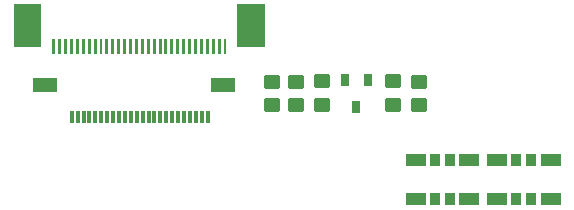
<source format=gbr>
%TF.GenerationSoftware,KiCad,Pcbnew,(6.0.11-0)*%
%TF.CreationDate,2023-07-21T19:28:33-05:00*%
%TF.ProjectId,PicoDVI-N64,5069636f-4456-4492-9d4e-36342e6b6963,rev?*%
%TF.SameCoordinates,Original*%
%TF.FileFunction,Paste,Bot*%
%TF.FilePolarity,Positive*%
%FSLAX46Y46*%
G04 Gerber Fmt 4.6, Leading zero omitted, Abs format (unit mm)*
G04 Created by KiCad (PCBNEW (6.0.11-0)) date 2023-07-21 19:28:33*
%MOMM*%
%LPD*%
G01*
G04 APERTURE LIST*
G04 Aperture macros list*
%AMRoundRect*
0 Rectangle with rounded corners*
0 $1 Rounding radius*
0 $2 $3 $4 $5 $6 $7 $8 $9 X,Y pos of 4 corners*
0 Add a 4 corners polygon primitive as box body*
4,1,4,$2,$3,$4,$5,$6,$7,$8,$9,$2,$3,0*
0 Add four circle primitives for the rounded corners*
1,1,$1+$1,$2,$3*
1,1,$1+$1,$4,$5*
1,1,$1+$1,$6,$7*
1,1,$1+$1,$8,$9*
0 Add four rect primitives between the rounded corners*
20,1,$1+$1,$2,$3,$4,$5,0*
20,1,$1+$1,$4,$5,$6,$7,0*
20,1,$1+$1,$6,$7,$8,$9,0*
20,1,$1+$1,$8,$9,$2,$3,0*%
G04 Aperture macros list end*
%ADD10R,1.651000X1.092200*%
%ADD11R,0.939800X1.092200*%
%ADD12RoundRect,0.250000X-0.450000X0.350000X-0.450000X-0.350000X0.450000X-0.350000X0.450000X0.350000X0*%
%ADD13R,2.000000X1.300000*%
%ADD14R,0.300000X1.000000*%
%ADD15R,0.700000X1.050000*%
G04 APERTURE END LIST*
%TO.C,X1*%
G36*
X131550000Y-89375800D02*
G01*
X131300000Y-89375800D01*
X131300000Y-88125800D01*
X131550000Y-88125800D01*
X131550000Y-89375800D01*
G37*
G36*
X126050000Y-89375800D02*
G01*
X125800000Y-89375800D01*
X125800000Y-88125800D01*
X126050000Y-88125800D01*
X126050000Y-89375800D01*
G37*
G36*
X129050000Y-89375800D02*
G01*
X128800000Y-89375800D01*
X128800000Y-88125800D01*
X129050000Y-88125800D01*
X129050000Y-89375800D01*
G37*
G36*
X132550000Y-89375800D02*
G01*
X132300000Y-89375800D01*
X132300000Y-88125800D01*
X132550000Y-88125800D01*
X132550000Y-89375800D01*
G37*
G36*
X126550000Y-89375800D02*
G01*
X126300000Y-89375800D01*
X126300000Y-88125800D01*
X126550000Y-88125800D01*
X126550000Y-89375800D01*
G37*
G36*
X138050000Y-89375800D02*
G01*
X137800000Y-89375800D01*
X137800000Y-88125800D01*
X138050000Y-88125800D01*
X138050000Y-89375800D01*
G37*
G36*
X133050000Y-89375800D02*
G01*
X132800000Y-89375800D01*
X132800000Y-88125800D01*
X133050000Y-88125800D01*
X133050000Y-89375800D01*
G37*
G36*
X139050000Y-89375800D02*
G01*
X138800000Y-89375800D01*
X138800000Y-88125800D01*
X139050000Y-88125800D01*
X139050000Y-89375800D01*
G37*
G36*
X130550000Y-89375800D02*
G01*
X130300000Y-89375800D01*
X130300000Y-88125800D01*
X130550000Y-88125800D01*
X130550000Y-89375800D01*
G37*
G36*
X138550000Y-89375800D02*
G01*
X138300000Y-89375800D01*
X138300000Y-88125800D01*
X138550000Y-88125800D01*
X138550000Y-89375800D01*
G37*
G36*
X135050000Y-89375800D02*
G01*
X134800000Y-89375800D01*
X134800000Y-88125800D01*
X135050000Y-88125800D01*
X135050000Y-89375800D01*
G37*
G36*
X137550000Y-89375800D02*
G01*
X137300000Y-89375800D01*
X137300000Y-88125800D01*
X137550000Y-88125800D01*
X137550000Y-89375800D01*
G37*
G36*
X137050000Y-89375800D02*
G01*
X136800000Y-89375800D01*
X136800000Y-88125800D01*
X137050000Y-88125800D01*
X137050000Y-89375800D01*
G37*
G36*
X129550000Y-89375800D02*
G01*
X129300000Y-89375800D01*
X129300000Y-88125800D01*
X129550000Y-88125800D01*
X129550000Y-89375800D01*
G37*
G36*
X127050000Y-89375800D02*
G01*
X126800000Y-89375800D01*
X126800000Y-88125800D01*
X127050000Y-88125800D01*
X127050000Y-89375800D01*
G37*
G36*
X132050000Y-89375800D02*
G01*
X131800000Y-89375800D01*
X131800000Y-88125800D01*
X132050000Y-88125800D01*
X132050000Y-89375800D01*
G37*
G36*
X136050000Y-89375800D02*
G01*
X135800000Y-89375800D01*
X135800000Y-88125800D01*
X136050000Y-88125800D01*
X136050000Y-89375800D01*
G37*
G36*
X127550000Y-89375800D02*
G01*
X127300000Y-89375800D01*
X127300000Y-88125800D01*
X127550000Y-88125800D01*
X127550000Y-89375800D01*
G37*
G36*
X125050000Y-89375800D02*
G01*
X124800000Y-89375800D01*
X124800000Y-88125800D01*
X125050000Y-88125800D01*
X125050000Y-89375800D01*
G37*
G36*
X125550000Y-89375800D02*
G01*
X125300000Y-89375800D01*
X125300000Y-88125800D01*
X125550000Y-88125800D01*
X125550000Y-89375800D01*
G37*
G36*
X133550000Y-89375800D02*
G01*
X133300000Y-89375800D01*
X133300000Y-88125800D01*
X133550000Y-88125800D01*
X133550000Y-89375800D01*
G37*
G36*
X142318000Y-88845800D02*
G01*
X139968000Y-88845800D01*
X139968000Y-85195800D01*
X142318000Y-85195800D01*
X142318000Y-88845800D01*
G37*
G36*
X130050000Y-89375800D02*
G01*
X129800000Y-89375800D01*
X129800000Y-88125800D01*
X130050000Y-88125800D01*
X130050000Y-89375800D01*
G37*
G36*
X128050000Y-89375800D02*
G01*
X127800000Y-89375800D01*
X127800000Y-88125800D01*
X128050000Y-88125800D01*
X128050000Y-89375800D01*
G37*
G36*
X123382000Y-88845800D02*
G01*
X121032000Y-88845800D01*
X121032000Y-85195800D01*
X123382000Y-85195800D01*
X123382000Y-88845800D01*
G37*
G36*
X128550000Y-89375800D02*
G01*
X128300000Y-89375800D01*
X128300000Y-88125800D01*
X128550000Y-88125800D01*
X128550000Y-89375800D01*
G37*
G36*
X124550000Y-89375800D02*
G01*
X124300000Y-89375800D01*
X124300000Y-88125800D01*
X124550000Y-88125800D01*
X124550000Y-89375800D01*
G37*
G36*
X136550000Y-89375800D02*
G01*
X136300000Y-89375800D01*
X136300000Y-88125800D01*
X136550000Y-88125800D01*
X136550000Y-89375800D01*
G37*
G36*
X134050000Y-89375800D02*
G01*
X133800000Y-89375800D01*
X133800000Y-88125800D01*
X134050000Y-88125800D01*
X134050000Y-89375800D01*
G37*
G36*
X134550000Y-89375800D02*
G01*
X134300000Y-89375800D01*
X134300000Y-88125800D01*
X134550000Y-88125800D01*
X134550000Y-89375800D01*
G37*
G36*
X135550000Y-89375800D02*
G01*
X135300000Y-89375800D01*
X135300000Y-88125800D01*
X135550000Y-88125800D01*
X135550000Y-89375800D01*
G37*
G36*
X131050000Y-89375800D02*
G01*
X130800000Y-89375800D01*
X130800000Y-88125800D01*
X131050000Y-88125800D01*
X131050000Y-89375800D01*
G37*
%TD*%
D10*
%TO.C,REF\u002A\u002A*%
X166498300Y-101637900D03*
D11*
X164872700Y-101637900D03*
X163602700Y-101637900D03*
D10*
X161951700Y-101637900D03*
X161951700Y-98412100D03*
D11*
X163602700Y-98412100D03*
X164872700Y-98412100D03*
D10*
X166498300Y-98412100D03*
%TD*%
D12*
%TO.C,*%
X153130000Y-91685000D03*
X153130000Y-93685000D03*
%TD*%
%TO.C,*%
X155335000Y-91730000D03*
X155335000Y-93730000D03*
%TD*%
%TO.C,*%
X142875000Y-91750000D03*
X142875000Y-93750000D03*
%TD*%
D10*
%TO.C,REF\u002A\u002A*%
X155076700Y-98412100D03*
D11*
X156702300Y-98412100D03*
X157972300Y-98412100D03*
D10*
X159623300Y-98412100D03*
X159623300Y-101637900D03*
D11*
X157972300Y-101637900D03*
X156702300Y-101637900D03*
D10*
X155076700Y-101637900D03*
%TD*%
D12*
%TO.C,*%
X144975000Y-91750000D03*
X144975000Y-93750000D03*
%TD*%
D13*
%TO.C,J\u002A\u002A*%
X123650000Y-92025000D03*
X138750000Y-92025000D03*
D14*
X125950000Y-94725000D03*
X126450000Y-94725000D03*
X126950000Y-94725000D03*
X127450000Y-94725000D03*
X127950000Y-94725000D03*
X128450000Y-94725000D03*
X128950000Y-94725000D03*
X129450000Y-94725000D03*
X129950000Y-94725000D03*
X130450000Y-94725000D03*
X130950000Y-94725000D03*
X131450000Y-94725000D03*
X131950000Y-94725000D03*
X132450000Y-94725000D03*
X132950000Y-94725000D03*
X133450000Y-94725000D03*
X133950000Y-94725000D03*
X134450000Y-94725000D03*
X134950000Y-94725000D03*
X135450000Y-94725000D03*
X135950000Y-94725000D03*
X136450000Y-94725000D03*
X136950000Y-94725000D03*
X137450000Y-94725000D03*
%TD*%
D12*
%TO.C,*%
X147125000Y-91725000D03*
X147125000Y-93725000D03*
%TD*%
D15*
%TO.C,Q\u002A\u002A*%
X149100000Y-91625000D03*
X151000000Y-91625000D03*
X150050000Y-93925000D03*
%TD*%
M02*

</source>
